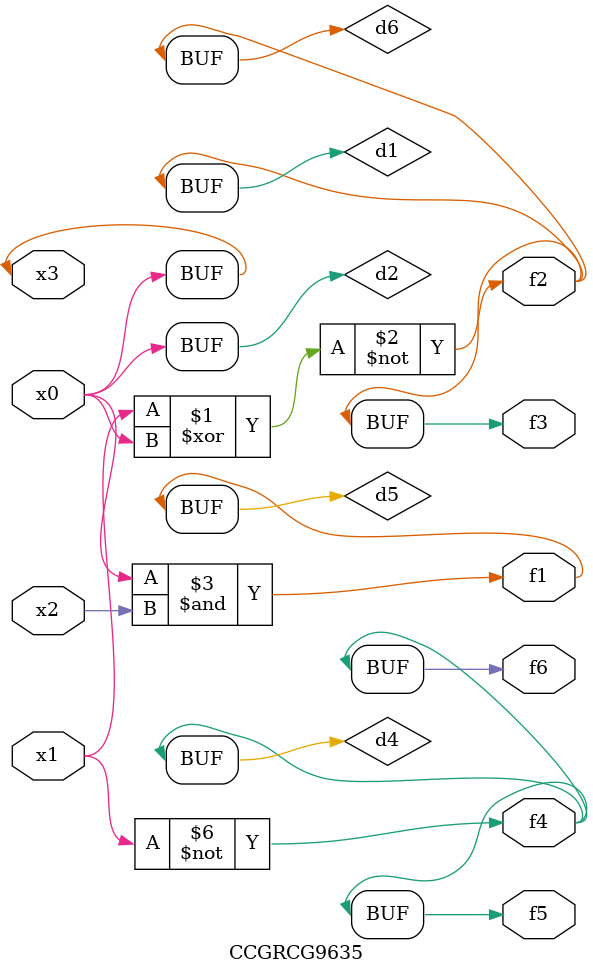
<source format=v>
module CCGRCG9635(
	input x0, x1, x2, x3,
	output f1, f2, f3, f4, f5, f6
);

	wire d1, d2, d3, d4, d5, d6;

	xnor (d1, x1, x3);
	buf (d2, x0, x3);
	nand (d3, x0, x2);
	not (d4, x1);
	nand (d5, d3);
	or (d6, d1);
	assign f1 = d5;
	assign f2 = d6;
	assign f3 = d6;
	assign f4 = d4;
	assign f5 = d4;
	assign f6 = d4;
endmodule

</source>
